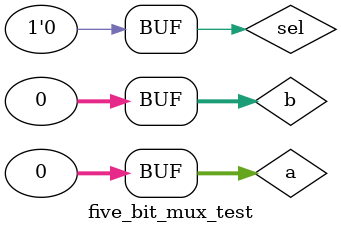
<source format=v>
`timescale 1ns / 1ps


module five_bit_mux_test;

	// Inputs
	reg [31:0] a;
	reg [31:0] b;
	reg sel;

	// Outputs
	wire [31:0] y;

	// Instantiate the Unit Under Test (UUT)
	MUX uut (
		.a(a), 
		.b(b), 
		.sel(sel), 
		.y(y)
	);

	initial begin
		// Initialize Inputs
		a = 0;
		b = 0;
		sel = 0;

		// Wait 100 ns for global reset to finish
		#100;
        
		// Add stimulus here

	end
      
endmodule


</source>
